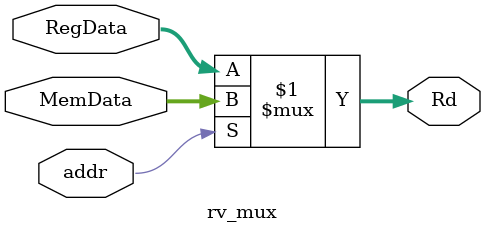
<source format=v>
module rv_mux
#(
    parameter WIDTH=32
)
(
    input              addr,
    input  [WIDTH-1:0] MemData,
    input  [WIDTH-1:0] RegData,
    output [WIDTH-1:0] Rd
);
    assign Rd = addr ? MemData : RegData;
endmodule
</source>
